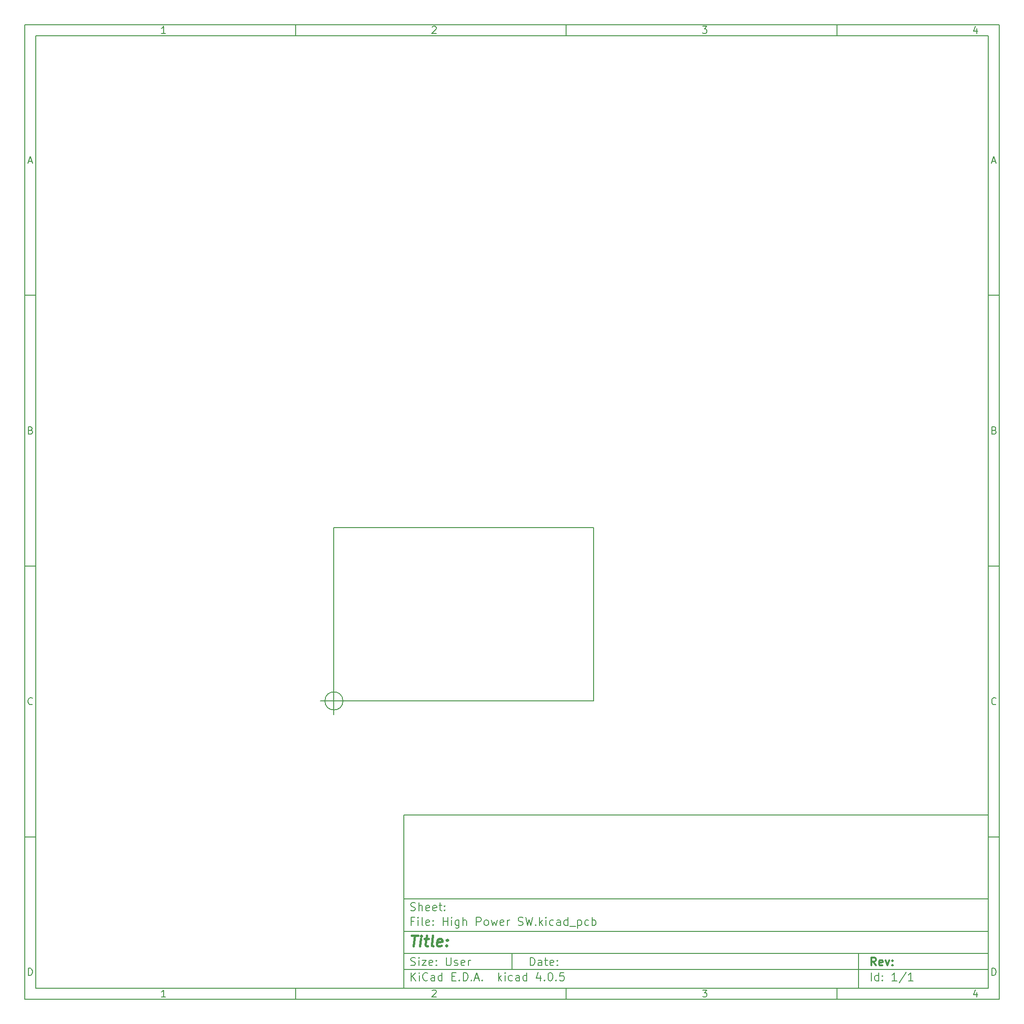
<source format=gbr>
G04 #@! TF.FileFunction,Profile,NP*
%FSLAX46Y46*%
G04 Gerber Fmt 4.6, Leading zero omitted, Abs format (unit mm)*
G04 Created by KiCad (PCBNEW 4.0.5) date 02/14/17 19:24:55*
%MOMM*%
%LPD*%
G01*
G04 APERTURE LIST*
%ADD10C,0.100000*%
%ADD11C,0.150000*%
%ADD12C,0.300000*%
%ADD13C,0.400000*%
G04 APERTURE END LIST*
D10*
D11*
X79999600Y-155999600D02*
X79999600Y-187999600D01*
X187999600Y-187999600D01*
X187999600Y-155999600D01*
X79999600Y-155999600D01*
D10*
D11*
X10000000Y-10000000D02*
X10000000Y-189999600D01*
X189999600Y-189999600D01*
X189999600Y-10000000D01*
X10000000Y-10000000D01*
D10*
D11*
X12000000Y-12000000D02*
X12000000Y-187999600D01*
X187999600Y-187999600D01*
X187999600Y-12000000D01*
X12000000Y-12000000D01*
D10*
D11*
X60000000Y-12000000D02*
X60000000Y-10000000D01*
D10*
D11*
X110000000Y-12000000D02*
X110000000Y-10000000D01*
D10*
D11*
X160000000Y-12000000D02*
X160000000Y-10000000D01*
D10*
D11*
X35990476Y-11588095D02*
X35247619Y-11588095D01*
X35619048Y-11588095D02*
X35619048Y-10288095D01*
X35495238Y-10473810D01*
X35371429Y-10597619D01*
X35247619Y-10659524D01*
D10*
D11*
X85247619Y-10411905D02*
X85309524Y-10350000D01*
X85433333Y-10288095D01*
X85742857Y-10288095D01*
X85866667Y-10350000D01*
X85928571Y-10411905D01*
X85990476Y-10535714D01*
X85990476Y-10659524D01*
X85928571Y-10845238D01*
X85185714Y-11588095D01*
X85990476Y-11588095D01*
D10*
D11*
X135185714Y-10288095D02*
X135990476Y-10288095D01*
X135557143Y-10783333D01*
X135742857Y-10783333D01*
X135866667Y-10845238D01*
X135928571Y-10907143D01*
X135990476Y-11030952D01*
X135990476Y-11340476D01*
X135928571Y-11464286D01*
X135866667Y-11526190D01*
X135742857Y-11588095D01*
X135371429Y-11588095D01*
X135247619Y-11526190D01*
X135185714Y-11464286D01*
D10*
D11*
X185866667Y-10721429D02*
X185866667Y-11588095D01*
X185557143Y-10226190D02*
X185247619Y-11154762D01*
X186052381Y-11154762D01*
D10*
D11*
X60000000Y-187999600D02*
X60000000Y-189999600D01*
D10*
D11*
X110000000Y-187999600D02*
X110000000Y-189999600D01*
D10*
D11*
X160000000Y-187999600D02*
X160000000Y-189999600D01*
D10*
D11*
X35990476Y-189587695D02*
X35247619Y-189587695D01*
X35619048Y-189587695D02*
X35619048Y-188287695D01*
X35495238Y-188473410D01*
X35371429Y-188597219D01*
X35247619Y-188659124D01*
D10*
D11*
X85247619Y-188411505D02*
X85309524Y-188349600D01*
X85433333Y-188287695D01*
X85742857Y-188287695D01*
X85866667Y-188349600D01*
X85928571Y-188411505D01*
X85990476Y-188535314D01*
X85990476Y-188659124D01*
X85928571Y-188844838D01*
X85185714Y-189587695D01*
X85990476Y-189587695D01*
D10*
D11*
X135185714Y-188287695D02*
X135990476Y-188287695D01*
X135557143Y-188782933D01*
X135742857Y-188782933D01*
X135866667Y-188844838D01*
X135928571Y-188906743D01*
X135990476Y-189030552D01*
X135990476Y-189340076D01*
X135928571Y-189463886D01*
X135866667Y-189525790D01*
X135742857Y-189587695D01*
X135371429Y-189587695D01*
X135247619Y-189525790D01*
X135185714Y-189463886D01*
D10*
D11*
X185866667Y-188721029D02*
X185866667Y-189587695D01*
X185557143Y-188225790D02*
X185247619Y-189154362D01*
X186052381Y-189154362D01*
D10*
D11*
X10000000Y-60000000D02*
X12000000Y-60000000D01*
D10*
D11*
X10000000Y-110000000D02*
X12000000Y-110000000D01*
D10*
D11*
X10000000Y-160000000D02*
X12000000Y-160000000D01*
D10*
D11*
X10690476Y-35216667D02*
X11309524Y-35216667D01*
X10566667Y-35588095D02*
X11000000Y-34288095D01*
X11433333Y-35588095D01*
D10*
D11*
X11092857Y-84907143D02*
X11278571Y-84969048D01*
X11340476Y-85030952D01*
X11402381Y-85154762D01*
X11402381Y-85340476D01*
X11340476Y-85464286D01*
X11278571Y-85526190D01*
X11154762Y-85588095D01*
X10659524Y-85588095D01*
X10659524Y-84288095D01*
X11092857Y-84288095D01*
X11216667Y-84350000D01*
X11278571Y-84411905D01*
X11340476Y-84535714D01*
X11340476Y-84659524D01*
X11278571Y-84783333D01*
X11216667Y-84845238D01*
X11092857Y-84907143D01*
X10659524Y-84907143D01*
D10*
D11*
X11402381Y-135464286D02*
X11340476Y-135526190D01*
X11154762Y-135588095D01*
X11030952Y-135588095D01*
X10845238Y-135526190D01*
X10721429Y-135402381D01*
X10659524Y-135278571D01*
X10597619Y-135030952D01*
X10597619Y-134845238D01*
X10659524Y-134597619D01*
X10721429Y-134473810D01*
X10845238Y-134350000D01*
X11030952Y-134288095D01*
X11154762Y-134288095D01*
X11340476Y-134350000D01*
X11402381Y-134411905D01*
D10*
D11*
X10659524Y-185588095D02*
X10659524Y-184288095D01*
X10969048Y-184288095D01*
X11154762Y-184350000D01*
X11278571Y-184473810D01*
X11340476Y-184597619D01*
X11402381Y-184845238D01*
X11402381Y-185030952D01*
X11340476Y-185278571D01*
X11278571Y-185402381D01*
X11154762Y-185526190D01*
X10969048Y-185588095D01*
X10659524Y-185588095D01*
D10*
D11*
X189999600Y-60000000D02*
X187999600Y-60000000D01*
D10*
D11*
X189999600Y-110000000D02*
X187999600Y-110000000D01*
D10*
D11*
X189999600Y-160000000D02*
X187999600Y-160000000D01*
D10*
D11*
X188690076Y-35216667D02*
X189309124Y-35216667D01*
X188566267Y-35588095D02*
X188999600Y-34288095D01*
X189432933Y-35588095D01*
D10*
D11*
X189092457Y-84907143D02*
X189278171Y-84969048D01*
X189340076Y-85030952D01*
X189401981Y-85154762D01*
X189401981Y-85340476D01*
X189340076Y-85464286D01*
X189278171Y-85526190D01*
X189154362Y-85588095D01*
X188659124Y-85588095D01*
X188659124Y-84288095D01*
X189092457Y-84288095D01*
X189216267Y-84350000D01*
X189278171Y-84411905D01*
X189340076Y-84535714D01*
X189340076Y-84659524D01*
X189278171Y-84783333D01*
X189216267Y-84845238D01*
X189092457Y-84907143D01*
X188659124Y-84907143D01*
D10*
D11*
X189401981Y-135464286D02*
X189340076Y-135526190D01*
X189154362Y-135588095D01*
X189030552Y-135588095D01*
X188844838Y-135526190D01*
X188721029Y-135402381D01*
X188659124Y-135278571D01*
X188597219Y-135030952D01*
X188597219Y-134845238D01*
X188659124Y-134597619D01*
X188721029Y-134473810D01*
X188844838Y-134350000D01*
X189030552Y-134288095D01*
X189154362Y-134288095D01*
X189340076Y-134350000D01*
X189401981Y-134411905D01*
D10*
D11*
X188659124Y-185588095D02*
X188659124Y-184288095D01*
X188968648Y-184288095D01*
X189154362Y-184350000D01*
X189278171Y-184473810D01*
X189340076Y-184597619D01*
X189401981Y-184845238D01*
X189401981Y-185030952D01*
X189340076Y-185278571D01*
X189278171Y-185402381D01*
X189154362Y-185526190D01*
X188968648Y-185588095D01*
X188659124Y-185588095D01*
D10*
D11*
X103356743Y-183778171D02*
X103356743Y-182278171D01*
X103713886Y-182278171D01*
X103928171Y-182349600D01*
X104071029Y-182492457D01*
X104142457Y-182635314D01*
X104213886Y-182921029D01*
X104213886Y-183135314D01*
X104142457Y-183421029D01*
X104071029Y-183563886D01*
X103928171Y-183706743D01*
X103713886Y-183778171D01*
X103356743Y-183778171D01*
X105499600Y-183778171D02*
X105499600Y-182992457D01*
X105428171Y-182849600D01*
X105285314Y-182778171D01*
X104999600Y-182778171D01*
X104856743Y-182849600D01*
X105499600Y-183706743D02*
X105356743Y-183778171D01*
X104999600Y-183778171D01*
X104856743Y-183706743D01*
X104785314Y-183563886D01*
X104785314Y-183421029D01*
X104856743Y-183278171D01*
X104999600Y-183206743D01*
X105356743Y-183206743D01*
X105499600Y-183135314D01*
X105999600Y-182778171D02*
X106571029Y-182778171D01*
X106213886Y-182278171D02*
X106213886Y-183563886D01*
X106285314Y-183706743D01*
X106428172Y-183778171D01*
X106571029Y-183778171D01*
X107642457Y-183706743D02*
X107499600Y-183778171D01*
X107213886Y-183778171D01*
X107071029Y-183706743D01*
X106999600Y-183563886D01*
X106999600Y-182992457D01*
X107071029Y-182849600D01*
X107213886Y-182778171D01*
X107499600Y-182778171D01*
X107642457Y-182849600D01*
X107713886Y-182992457D01*
X107713886Y-183135314D01*
X106999600Y-183278171D01*
X108356743Y-183635314D02*
X108428171Y-183706743D01*
X108356743Y-183778171D01*
X108285314Y-183706743D01*
X108356743Y-183635314D01*
X108356743Y-183778171D01*
X108356743Y-182849600D02*
X108428171Y-182921029D01*
X108356743Y-182992457D01*
X108285314Y-182921029D01*
X108356743Y-182849600D01*
X108356743Y-182992457D01*
D10*
D11*
X79999600Y-184499600D02*
X187999600Y-184499600D01*
D10*
D11*
X81356743Y-186578171D02*
X81356743Y-185078171D01*
X82213886Y-186578171D02*
X81571029Y-185721029D01*
X82213886Y-185078171D02*
X81356743Y-185935314D01*
X82856743Y-186578171D02*
X82856743Y-185578171D01*
X82856743Y-185078171D02*
X82785314Y-185149600D01*
X82856743Y-185221029D01*
X82928171Y-185149600D01*
X82856743Y-185078171D01*
X82856743Y-185221029D01*
X84428172Y-186435314D02*
X84356743Y-186506743D01*
X84142457Y-186578171D01*
X83999600Y-186578171D01*
X83785315Y-186506743D01*
X83642457Y-186363886D01*
X83571029Y-186221029D01*
X83499600Y-185935314D01*
X83499600Y-185721029D01*
X83571029Y-185435314D01*
X83642457Y-185292457D01*
X83785315Y-185149600D01*
X83999600Y-185078171D01*
X84142457Y-185078171D01*
X84356743Y-185149600D01*
X84428172Y-185221029D01*
X85713886Y-186578171D02*
X85713886Y-185792457D01*
X85642457Y-185649600D01*
X85499600Y-185578171D01*
X85213886Y-185578171D01*
X85071029Y-185649600D01*
X85713886Y-186506743D02*
X85571029Y-186578171D01*
X85213886Y-186578171D01*
X85071029Y-186506743D01*
X84999600Y-186363886D01*
X84999600Y-186221029D01*
X85071029Y-186078171D01*
X85213886Y-186006743D01*
X85571029Y-186006743D01*
X85713886Y-185935314D01*
X87071029Y-186578171D02*
X87071029Y-185078171D01*
X87071029Y-186506743D02*
X86928172Y-186578171D01*
X86642458Y-186578171D01*
X86499600Y-186506743D01*
X86428172Y-186435314D01*
X86356743Y-186292457D01*
X86356743Y-185863886D01*
X86428172Y-185721029D01*
X86499600Y-185649600D01*
X86642458Y-185578171D01*
X86928172Y-185578171D01*
X87071029Y-185649600D01*
X88928172Y-185792457D02*
X89428172Y-185792457D01*
X89642458Y-186578171D02*
X88928172Y-186578171D01*
X88928172Y-185078171D01*
X89642458Y-185078171D01*
X90285315Y-186435314D02*
X90356743Y-186506743D01*
X90285315Y-186578171D01*
X90213886Y-186506743D01*
X90285315Y-186435314D01*
X90285315Y-186578171D01*
X90999601Y-186578171D02*
X90999601Y-185078171D01*
X91356744Y-185078171D01*
X91571029Y-185149600D01*
X91713887Y-185292457D01*
X91785315Y-185435314D01*
X91856744Y-185721029D01*
X91856744Y-185935314D01*
X91785315Y-186221029D01*
X91713887Y-186363886D01*
X91571029Y-186506743D01*
X91356744Y-186578171D01*
X90999601Y-186578171D01*
X92499601Y-186435314D02*
X92571029Y-186506743D01*
X92499601Y-186578171D01*
X92428172Y-186506743D01*
X92499601Y-186435314D01*
X92499601Y-186578171D01*
X93142458Y-186149600D02*
X93856744Y-186149600D01*
X92999601Y-186578171D02*
X93499601Y-185078171D01*
X93999601Y-186578171D01*
X94499601Y-186435314D02*
X94571029Y-186506743D01*
X94499601Y-186578171D01*
X94428172Y-186506743D01*
X94499601Y-186435314D01*
X94499601Y-186578171D01*
X97499601Y-186578171D02*
X97499601Y-185078171D01*
X97642458Y-186006743D02*
X98071029Y-186578171D01*
X98071029Y-185578171D02*
X97499601Y-186149600D01*
X98713887Y-186578171D02*
X98713887Y-185578171D01*
X98713887Y-185078171D02*
X98642458Y-185149600D01*
X98713887Y-185221029D01*
X98785315Y-185149600D01*
X98713887Y-185078171D01*
X98713887Y-185221029D01*
X100071030Y-186506743D02*
X99928173Y-186578171D01*
X99642459Y-186578171D01*
X99499601Y-186506743D01*
X99428173Y-186435314D01*
X99356744Y-186292457D01*
X99356744Y-185863886D01*
X99428173Y-185721029D01*
X99499601Y-185649600D01*
X99642459Y-185578171D01*
X99928173Y-185578171D01*
X100071030Y-185649600D01*
X101356744Y-186578171D02*
X101356744Y-185792457D01*
X101285315Y-185649600D01*
X101142458Y-185578171D01*
X100856744Y-185578171D01*
X100713887Y-185649600D01*
X101356744Y-186506743D02*
X101213887Y-186578171D01*
X100856744Y-186578171D01*
X100713887Y-186506743D01*
X100642458Y-186363886D01*
X100642458Y-186221029D01*
X100713887Y-186078171D01*
X100856744Y-186006743D01*
X101213887Y-186006743D01*
X101356744Y-185935314D01*
X102713887Y-186578171D02*
X102713887Y-185078171D01*
X102713887Y-186506743D02*
X102571030Y-186578171D01*
X102285316Y-186578171D01*
X102142458Y-186506743D01*
X102071030Y-186435314D01*
X101999601Y-186292457D01*
X101999601Y-185863886D01*
X102071030Y-185721029D01*
X102142458Y-185649600D01*
X102285316Y-185578171D01*
X102571030Y-185578171D01*
X102713887Y-185649600D01*
X105213887Y-185578171D02*
X105213887Y-186578171D01*
X104856744Y-185006743D02*
X104499601Y-186078171D01*
X105428173Y-186078171D01*
X105999601Y-186435314D02*
X106071029Y-186506743D01*
X105999601Y-186578171D01*
X105928172Y-186506743D01*
X105999601Y-186435314D01*
X105999601Y-186578171D01*
X106999601Y-185078171D02*
X107142458Y-185078171D01*
X107285315Y-185149600D01*
X107356744Y-185221029D01*
X107428173Y-185363886D01*
X107499601Y-185649600D01*
X107499601Y-186006743D01*
X107428173Y-186292457D01*
X107356744Y-186435314D01*
X107285315Y-186506743D01*
X107142458Y-186578171D01*
X106999601Y-186578171D01*
X106856744Y-186506743D01*
X106785315Y-186435314D01*
X106713887Y-186292457D01*
X106642458Y-186006743D01*
X106642458Y-185649600D01*
X106713887Y-185363886D01*
X106785315Y-185221029D01*
X106856744Y-185149600D01*
X106999601Y-185078171D01*
X108142458Y-186435314D02*
X108213886Y-186506743D01*
X108142458Y-186578171D01*
X108071029Y-186506743D01*
X108142458Y-186435314D01*
X108142458Y-186578171D01*
X109571030Y-185078171D02*
X108856744Y-185078171D01*
X108785315Y-185792457D01*
X108856744Y-185721029D01*
X108999601Y-185649600D01*
X109356744Y-185649600D01*
X109499601Y-185721029D01*
X109571030Y-185792457D01*
X109642458Y-185935314D01*
X109642458Y-186292457D01*
X109571030Y-186435314D01*
X109499601Y-186506743D01*
X109356744Y-186578171D01*
X108999601Y-186578171D01*
X108856744Y-186506743D01*
X108785315Y-186435314D01*
D10*
D11*
X79999600Y-181499600D02*
X187999600Y-181499600D01*
D10*
D12*
X167213886Y-183778171D02*
X166713886Y-183063886D01*
X166356743Y-183778171D02*
X166356743Y-182278171D01*
X166928171Y-182278171D01*
X167071029Y-182349600D01*
X167142457Y-182421029D01*
X167213886Y-182563886D01*
X167213886Y-182778171D01*
X167142457Y-182921029D01*
X167071029Y-182992457D01*
X166928171Y-183063886D01*
X166356743Y-183063886D01*
X168428171Y-183706743D02*
X168285314Y-183778171D01*
X167999600Y-183778171D01*
X167856743Y-183706743D01*
X167785314Y-183563886D01*
X167785314Y-182992457D01*
X167856743Y-182849600D01*
X167999600Y-182778171D01*
X168285314Y-182778171D01*
X168428171Y-182849600D01*
X168499600Y-182992457D01*
X168499600Y-183135314D01*
X167785314Y-183278171D01*
X168999600Y-182778171D02*
X169356743Y-183778171D01*
X169713885Y-182778171D01*
X170285314Y-183635314D02*
X170356742Y-183706743D01*
X170285314Y-183778171D01*
X170213885Y-183706743D01*
X170285314Y-183635314D01*
X170285314Y-183778171D01*
X170285314Y-182849600D02*
X170356742Y-182921029D01*
X170285314Y-182992457D01*
X170213885Y-182921029D01*
X170285314Y-182849600D01*
X170285314Y-182992457D01*
D10*
D11*
X81285314Y-183706743D02*
X81499600Y-183778171D01*
X81856743Y-183778171D01*
X81999600Y-183706743D01*
X82071029Y-183635314D01*
X82142457Y-183492457D01*
X82142457Y-183349600D01*
X82071029Y-183206743D01*
X81999600Y-183135314D01*
X81856743Y-183063886D01*
X81571029Y-182992457D01*
X81428171Y-182921029D01*
X81356743Y-182849600D01*
X81285314Y-182706743D01*
X81285314Y-182563886D01*
X81356743Y-182421029D01*
X81428171Y-182349600D01*
X81571029Y-182278171D01*
X81928171Y-182278171D01*
X82142457Y-182349600D01*
X82785314Y-183778171D02*
X82785314Y-182778171D01*
X82785314Y-182278171D02*
X82713885Y-182349600D01*
X82785314Y-182421029D01*
X82856742Y-182349600D01*
X82785314Y-182278171D01*
X82785314Y-182421029D01*
X83356743Y-182778171D02*
X84142457Y-182778171D01*
X83356743Y-183778171D01*
X84142457Y-183778171D01*
X85285314Y-183706743D02*
X85142457Y-183778171D01*
X84856743Y-183778171D01*
X84713886Y-183706743D01*
X84642457Y-183563886D01*
X84642457Y-182992457D01*
X84713886Y-182849600D01*
X84856743Y-182778171D01*
X85142457Y-182778171D01*
X85285314Y-182849600D01*
X85356743Y-182992457D01*
X85356743Y-183135314D01*
X84642457Y-183278171D01*
X85999600Y-183635314D02*
X86071028Y-183706743D01*
X85999600Y-183778171D01*
X85928171Y-183706743D01*
X85999600Y-183635314D01*
X85999600Y-183778171D01*
X85999600Y-182849600D02*
X86071028Y-182921029D01*
X85999600Y-182992457D01*
X85928171Y-182921029D01*
X85999600Y-182849600D01*
X85999600Y-182992457D01*
X87856743Y-182278171D02*
X87856743Y-183492457D01*
X87928171Y-183635314D01*
X87999600Y-183706743D01*
X88142457Y-183778171D01*
X88428171Y-183778171D01*
X88571029Y-183706743D01*
X88642457Y-183635314D01*
X88713886Y-183492457D01*
X88713886Y-182278171D01*
X89356743Y-183706743D02*
X89499600Y-183778171D01*
X89785315Y-183778171D01*
X89928172Y-183706743D01*
X89999600Y-183563886D01*
X89999600Y-183492457D01*
X89928172Y-183349600D01*
X89785315Y-183278171D01*
X89571029Y-183278171D01*
X89428172Y-183206743D01*
X89356743Y-183063886D01*
X89356743Y-182992457D01*
X89428172Y-182849600D01*
X89571029Y-182778171D01*
X89785315Y-182778171D01*
X89928172Y-182849600D01*
X91213886Y-183706743D02*
X91071029Y-183778171D01*
X90785315Y-183778171D01*
X90642458Y-183706743D01*
X90571029Y-183563886D01*
X90571029Y-182992457D01*
X90642458Y-182849600D01*
X90785315Y-182778171D01*
X91071029Y-182778171D01*
X91213886Y-182849600D01*
X91285315Y-182992457D01*
X91285315Y-183135314D01*
X90571029Y-183278171D01*
X91928172Y-183778171D02*
X91928172Y-182778171D01*
X91928172Y-183063886D02*
X91999600Y-182921029D01*
X92071029Y-182849600D01*
X92213886Y-182778171D01*
X92356743Y-182778171D01*
D10*
D11*
X166356743Y-186578171D02*
X166356743Y-185078171D01*
X167713886Y-186578171D02*
X167713886Y-185078171D01*
X167713886Y-186506743D02*
X167571029Y-186578171D01*
X167285315Y-186578171D01*
X167142457Y-186506743D01*
X167071029Y-186435314D01*
X166999600Y-186292457D01*
X166999600Y-185863886D01*
X167071029Y-185721029D01*
X167142457Y-185649600D01*
X167285315Y-185578171D01*
X167571029Y-185578171D01*
X167713886Y-185649600D01*
X168428172Y-186435314D02*
X168499600Y-186506743D01*
X168428172Y-186578171D01*
X168356743Y-186506743D01*
X168428172Y-186435314D01*
X168428172Y-186578171D01*
X168428172Y-185649600D02*
X168499600Y-185721029D01*
X168428172Y-185792457D01*
X168356743Y-185721029D01*
X168428172Y-185649600D01*
X168428172Y-185792457D01*
X171071029Y-186578171D02*
X170213886Y-186578171D01*
X170642458Y-186578171D02*
X170642458Y-185078171D01*
X170499601Y-185292457D01*
X170356743Y-185435314D01*
X170213886Y-185506743D01*
X172785314Y-185006743D02*
X171499600Y-186935314D01*
X174071029Y-186578171D02*
X173213886Y-186578171D01*
X173642458Y-186578171D02*
X173642458Y-185078171D01*
X173499601Y-185292457D01*
X173356743Y-185435314D01*
X173213886Y-185506743D01*
D10*
D11*
X79999600Y-177499600D02*
X187999600Y-177499600D01*
D10*
D13*
X81451981Y-178204362D02*
X82594838Y-178204362D01*
X81773410Y-180204362D02*
X82023410Y-178204362D01*
X83011505Y-180204362D02*
X83178171Y-178871029D01*
X83261505Y-178204362D02*
X83154362Y-178299600D01*
X83237695Y-178394838D01*
X83344839Y-178299600D01*
X83261505Y-178204362D01*
X83237695Y-178394838D01*
X83844838Y-178871029D02*
X84606743Y-178871029D01*
X84213886Y-178204362D02*
X83999600Y-179918648D01*
X84071030Y-180109124D01*
X84249601Y-180204362D01*
X84440077Y-180204362D01*
X85392458Y-180204362D02*
X85213887Y-180109124D01*
X85142457Y-179918648D01*
X85356743Y-178204362D01*
X86928172Y-180109124D02*
X86725791Y-180204362D01*
X86344839Y-180204362D01*
X86166267Y-180109124D01*
X86094838Y-179918648D01*
X86190076Y-179156743D01*
X86309124Y-178966267D01*
X86511505Y-178871029D01*
X86892457Y-178871029D01*
X87071029Y-178966267D01*
X87142457Y-179156743D01*
X87118648Y-179347219D01*
X86142457Y-179537695D01*
X87892457Y-180013886D02*
X87975792Y-180109124D01*
X87868648Y-180204362D01*
X87785315Y-180109124D01*
X87892457Y-180013886D01*
X87868648Y-180204362D01*
X88023410Y-178966267D02*
X88106744Y-179061505D01*
X87999600Y-179156743D01*
X87916267Y-179061505D01*
X88023410Y-178966267D01*
X87999600Y-179156743D01*
D10*
D11*
X81856743Y-175592457D02*
X81356743Y-175592457D01*
X81356743Y-176378171D02*
X81356743Y-174878171D01*
X82071029Y-174878171D01*
X82642457Y-176378171D02*
X82642457Y-175378171D01*
X82642457Y-174878171D02*
X82571028Y-174949600D01*
X82642457Y-175021029D01*
X82713885Y-174949600D01*
X82642457Y-174878171D01*
X82642457Y-175021029D01*
X83571029Y-176378171D02*
X83428171Y-176306743D01*
X83356743Y-176163886D01*
X83356743Y-174878171D01*
X84713885Y-176306743D02*
X84571028Y-176378171D01*
X84285314Y-176378171D01*
X84142457Y-176306743D01*
X84071028Y-176163886D01*
X84071028Y-175592457D01*
X84142457Y-175449600D01*
X84285314Y-175378171D01*
X84571028Y-175378171D01*
X84713885Y-175449600D01*
X84785314Y-175592457D01*
X84785314Y-175735314D01*
X84071028Y-175878171D01*
X85428171Y-176235314D02*
X85499599Y-176306743D01*
X85428171Y-176378171D01*
X85356742Y-176306743D01*
X85428171Y-176235314D01*
X85428171Y-176378171D01*
X85428171Y-175449600D02*
X85499599Y-175521029D01*
X85428171Y-175592457D01*
X85356742Y-175521029D01*
X85428171Y-175449600D01*
X85428171Y-175592457D01*
X87285314Y-176378171D02*
X87285314Y-174878171D01*
X87285314Y-175592457D02*
X88142457Y-175592457D01*
X88142457Y-176378171D02*
X88142457Y-174878171D01*
X88856743Y-176378171D02*
X88856743Y-175378171D01*
X88856743Y-174878171D02*
X88785314Y-174949600D01*
X88856743Y-175021029D01*
X88928171Y-174949600D01*
X88856743Y-174878171D01*
X88856743Y-175021029D01*
X90213886Y-175378171D02*
X90213886Y-176592457D01*
X90142457Y-176735314D01*
X90071029Y-176806743D01*
X89928172Y-176878171D01*
X89713886Y-176878171D01*
X89571029Y-176806743D01*
X90213886Y-176306743D02*
X90071029Y-176378171D01*
X89785315Y-176378171D01*
X89642457Y-176306743D01*
X89571029Y-176235314D01*
X89499600Y-176092457D01*
X89499600Y-175663886D01*
X89571029Y-175521029D01*
X89642457Y-175449600D01*
X89785315Y-175378171D01*
X90071029Y-175378171D01*
X90213886Y-175449600D01*
X90928172Y-176378171D02*
X90928172Y-174878171D01*
X91571029Y-176378171D02*
X91571029Y-175592457D01*
X91499600Y-175449600D01*
X91356743Y-175378171D01*
X91142458Y-175378171D01*
X90999600Y-175449600D01*
X90928172Y-175521029D01*
X93428172Y-176378171D02*
X93428172Y-174878171D01*
X93999600Y-174878171D01*
X94142458Y-174949600D01*
X94213886Y-175021029D01*
X94285315Y-175163886D01*
X94285315Y-175378171D01*
X94213886Y-175521029D01*
X94142458Y-175592457D01*
X93999600Y-175663886D01*
X93428172Y-175663886D01*
X95142458Y-176378171D02*
X94999600Y-176306743D01*
X94928172Y-176235314D01*
X94856743Y-176092457D01*
X94856743Y-175663886D01*
X94928172Y-175521029D01*
X94999600Y-175449600D01*
X95142458Y-175378171D01*
X95356743Y-175378171D01*
X95499600Y-175449600D01*
X95571029Y-175521029D01*
X95642458Y-175663886D01*
X95642458Y-176092457D01*
X95571029Y-176235314D01*
X95499600Y-176306743D01*
X95356743Y-176378171D01*
X95142458Y-176378171D01*
X96142458Y-175378171D02*
X96428172Y-176378171D01*
X96713886Y-175663886D01*
X96999601Y-176378171D01*
X97285315Y-175378171D01*
X98428172Y-176306743D02*
X98285315Y-176378171D01*
X97999601Y-176378171D01*
X97856744Y-176306743D01*
X97785315Y-176163886D01*
X97785315Y-175592457D01*
X97856744Y-175449600D01*
X97999601Y-175378171D01*
X98285315Y-175378171D01*
X98428172Y-175449600D01*
X98499601Y-175592457D01*
X98499601Y-175735314D01*
X97785315Y-175878171D01*
X99142458Y-176378171D02*
X99142458Y-175378171D01*
X99142458Y-175663886D02*
X99213886Y-175521029D01*
X99285315Y-175449600D01*
X99428172Y-175378171D01*
X99571029Y-175378171D01*
X101142457Y-176306743D02*
X101356743Y-176378171D01*
X101713886Y-176378171D01*
X101856743Y-176306743D01*
X101928172Y-176235314D01*
X101999600Y-176092457D01*
X101999600Y-175949600D01*
X101928172Y-175806743D01*
X101856743Y-175735314D01*
X101713886Y-175663886D01*
X101428172Y-175592457D01*
X101285314Y-175521029D01*
X101213886Y-175449600D01*
X101142457Y-175306743D01*
X101142457Y-175163886D01*
X101213886Y-175021029D01*
X101285314Y-174949600D01*
X101428172Y-174878171D01*
X101785314Y-174878171D01*
X101999600Y-174949600D01*
X102499600Y-174878171D02*
X102856743Y-176378171D01*
X103142457Y-175306743D01*
X103428171Y-176378171D01*
X103785314Y-174878171D01*
X104356743Y-176235314D02*
X104428171Y-176306743D01*
X104356743Y-176378171D01*
X104285314Y-176306743D01*
X104356743Y-176235314D01*
X104356743Y-176378171D01*
X105071029Y-176378171D02*
X105071029Y-174878171D01*
X105213886Y-175806743D02*
X105642457Y-176378171D01*
X105642457Y-175378171D02*
X105071029Y-175949600D01*
X106285315Y-176378171D02*
X106285315Y-175378171D01*
X106285315Y-174878171D02*
X106213886Y-174949600D01*
X106285315Y-175021029D01*
X106356743Y-174949600D01*
X106285315Y-174878171D01*
X106285315Y-175021029D01*
X107642458Y-176306743D02*
X107499601Y-176378171D01*
X107213887Y-176378171D01*
X107071029Y-176306743D01*
X106999601Y-176235314D01*
X106928172Y-176092457D01*
X106928172Y-175663886D01*
X106999601Y-175521029D01*
X107071029Y-175449600D01*
X107213887Y-175378171D01*
X107499601Y-175378171D01*
X107642458Y-175449600D01*
X108928172Y-176378171D02*
X108928172Y-175592457D01*
X108856743Y-175449600D01*
X108713886Y-175378171D01*
X108428172Y-175378171D01*
X108285315Y-175449600D01*
X108928172Y-176306743D02*
X108785315Y-176378171D01*
X108428172Y-176378171D01*
X108285315Y-176306743D01*
X108213886Y-176163886D01*
X108213886Y-176021029D01*
X108285315Y-175878171D01*
X108428172Y-175806743D01*
X108785315Y-175806743D01*
X108928172Y-175735314D01*
X110285315Y-176378171D02*
X110285315Y-174878171D01*
X110285315Y-176306743D02*
X110142458Y-176378171D01*
X109856744Y-176378171D01*
X109713886Y-176306743D01*
X109642458Y-176235314D01*
X109571029Y-176092457D01*
X109571029Y-175663886D01*
X109642458Y-175521029D01*
X109713886Y-175449600D01*
X109856744Y-175378171D01*
X110142458Y-175378171D01*
X110285315Y-175449600D01*
X110642458Y-176521029D02*
X111785315Y-176521029D01*
X112142458Y-175378171D02*
X112142458Y-176878171D01*
X112142458Y-175449600D02*
X112285315Y-175378171D01*
X112571029Y-175378171D01*
X112713886Y-175449600D01*
X112785315Y-175521029D01*
X112856744Y-175663886D01*
X112856744Y-176092457D01*
X112785315Y-176235314D01*
X112713886Y-176306743D01*
X112571029Y-176378171D01*
X112285315Y-176378171D01*
X112142458Y-176306743D01*
X114142458Y-176306743D02*
X113999601Y-176378171D01*
X113713887Y-176378171D01*
X113571029Y-176306743D01*
X113499601Y-176235314D01*
X113428172Y-176092457D01*
X113428172Y-175663886D01*
X113499601Y-175521029D01*
X113571029Y-175449600D01*
X113713887Y-175378171D01*
X113999601Y-175378171D01*
X114142458Y-175449600D01*
X114785315Y-176378171D02*
X114785315Y-174878171D01*
X114785315Y-175449600D02*
X114928172Y-175378171D01*
X115213886Y-175378171D01*
X115356743Y-175449600D01*
X115428172Y-175521029D01*
X115499601Y-175663886D01*
X115499601Y-176092457D01*
X115428172Y-176235314D01*
X115356743Y-176306743D01*
X115213886Y-176378171D01*
X114928172Y-176378171D01*
X114785315Y-176306743D01*
D10*
D11*
X79999600Y-171499600D02*
X187999600Y-171499600D01*
D10*
D11*
X81285314Y-173606743D02*
X81499600Y-173678171D01*
X81856743Y-173678171D01*
X81999600Y-173606743D01*
X82071029Y-173535314D01*
X82142457Y-173392457D01*
X82142457Y-173249600D01*
X82071029Y-173106743D01*
X81999600Y-173035314D01*
X81856743Y-172963886D01*
X81571029Y-172892457D01*
X81428171Y-172821029D01*
X81356743Y-172749600D01*
X81285314Y-172606743D01*
X81285314Y-172463886D01*
X81356743Y-172321029D01*
X81428171Y-172249600D01*
X81571029Y-172178171D01*
X81928171Y-172178171D01*
X82142457Y-172249600D01*
X82785314Y-173678171D02*
X82785314Y-172178171D01*
X83428171Y-173678171D02*
X83428171Y-172892457D01*
X83356742Y-172749600D01*
X83213885Y-172678171D01*
X82999600Y-172678171D01*
X82856742Y-172749600D01*
X82785314Y-172821029D01*
X84713885Y-173606743D02*
X84571028Y-173678171D01*
X84285314Y-173678171D01*
X84142457Y-173606743D01*
X84071028Y-173463886D01*
X84071028Y-172892457D01*
X84142457Y-172749600D01*
X84285314Y-172678171D01*
X84571028Y-172678171D01*
X84713885Y-172749600D01*
X84785314Y-172892457D01*
X84785314Y-173035314D01*
X84071028Y-173178171D01*
X85999599Y-173606743D02*
X85856742Y-173678171D01*
X85571028Y-173678171D01*
X85428171Y-173606743D01*
X85356742Y-173463886D01*
X85356742Y-172892457D01*
X85428171Y-172749600D01*
X85571028Y-172678171D01*
X85856742Y-172678171D01*
X85999599Y-172749600D01*
X86071028Y-172892457D01*
X86071028Y-173035314D01*
X85356742Y-173178171D01*
X86499599Y-172678171D02*
X87071028Y-172678171D01*
X86713885Y-172178171D02*
X86713885Y-173463886D01*
X86785313Y-173606743D01*
X86928171Y-173678171D01*
X87071028Y-173678171D01*
X87571028Y-173535314D02*
X87642456Y-173606743D01*
X87571028Y-173678171D01*
X87499599Y-173606743D01*
X87571028Y-173535314D01*
X87571028Y-173678171D01*
X87571028Y-172749600D02*
X87642456Y-172821029D01*
X87571028Y-172892457D01*
X87499599Y-172821029D01*
X87571028Y-172749600D01*
X87571028Y-172892457D01*
D10*
D11*
X99999600Y-181499600D02*
X99999600Y-184499600D01*
D10*
D11*
X163999600Y-181499600D02*
X163999600Y-187999600D01*
X67100000Y-102900000D02*
X67100000Y-134900000D01*
X115100000Y-102900000D02*
X67100000Y-102900000D01*
X115100000Y-134900000D02*
X115100000Y-102900000D01*
X68766666Y-134900000D02*
G75*
G03X68766666Y-134900000I-1666666J0D01*
G01*
X64600000Y-134900000D02*
X69600000Y-134900000D01*
X67100000Y-132400000D02*
X67100000Y-137400000D01*
X115100000Y-134900000D02*
X67100000Y-134900000D01*
X68766666Y-134900000D02*
G75*
G03X68766666Y-134900000I-1666666J0D01*
G01*
X64600000Y-134900000D02*
X69600000Y-134900000D01*
X67100000Y-132400000D02*
X67100000Y-137400000D01*
M02*

</source>
